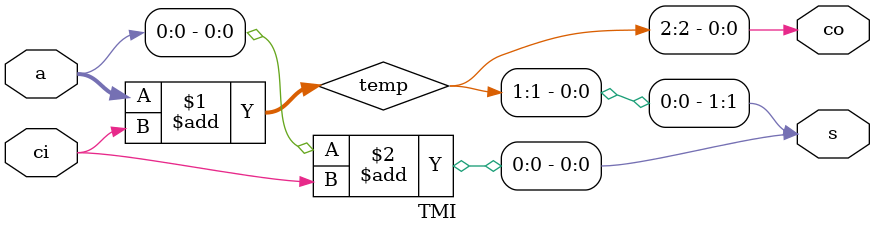
<source format=sv>
`timescale 1ns/1ns
module TMI(input [1:0] a, input ci, output [1:0] s, output co);
	wire [2:0] temp;
	assign temp = a + ci;
	
	assign #(12) s[0] = a[0] + ci;
	assign #(42, 38) s[1] = temp[1];
	assign #(42, 38) co = temp[2];

endmodule

</source>
